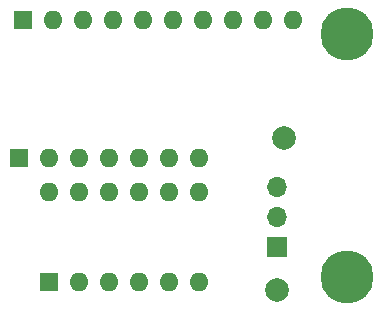
<source format=gbs>
%TF.GenerationSoftware,KiCad,Pcbnew,7.0.6-7.0.6~ubuntu22.04.1*%
%TF.CreationDate,2023-08-03T12:39:30-07:00*%
%TF.ProjectId,2r2_dac_r3,3272325f-6461-4635-9f72-332e6b696361,rev?*%
%TF.SameCoordinates,Original*%
%TF.FileFunction,Soldermask,Bot*%
%TF.FilePolarity,Negative*%
%FSLAX46Y46*%
G04 Gerber Fmt 4.6, Leading zero omitted, Abs format (unit mm)*
G04 Created by KiCad (PCBNEW 7.0.6-7.0.6~ubuntu22.04.1) date 2023-08-03 12:39:30*
%MOMM*%
%LPD*%
G01*
G04 APERTURE LIST*
%ADD10R,1.600000X1.600000*%
%ADD11O,1.600000X1.600000*%
%ADD12C,2.000000*%
%ADD13C,4.500000*%
%ADD14R,1.700000X1.700000*%
%ADD15O,1.700000X1.700000*%
G04 APERTURE END LIST*
D10*
%TO.C,RN2*%
X82452000Y-113016000D03*
D11*
X84992000Y-113016000D03*
X87532000Y-113016000D03*
X90072000Y-113016000D03*
X92612000Y-113016000D03*
X95152000Y-113016000D03*
X97692000Y-113016000D03*
%TD*%
D10*
%TO.C,SW1*%
X84992000Y-123516000D03*
D11*
X87532000Y-123516000D03*
X90072000Y-123516000D03*
X92612000Y-123516000D03*
X95152000Y-123516000D03*
X97692000Y-123516000D03*
X97692000Y-115896000D03*
X95152000Y-115896000D03*
X92612000Y-115896000D03*
X90072000Y-115896000D03*
X87532000Y-115896000D03*
X84992000Y-115896000D03*
%TD*%
D10*
%TO.C,RN1*%
X82812000Y-101316000D03*
D11*
X85352000Y-101316000D03*
X87892000Y-101316000D03*
X90432000Y-101316000D03*
X92972000Y-101316000D03*
X95512000Y-101316000D03*
X98052000Y-101316000D03*
X100592000Y-101316000D03*
X103132000Y-101316000D03*
X105672000Y-101316000D03*
%TD*%
D12*
%TO.C,DAC1*%
X104932000Y-111316000D03*
%TD*%
D13*
%TO.C,H2*%
X110232000Y-102516000D03*
%TD*%
D12*
%TO.C,GND1*%
X104332000Y-124216000D03*
%TD*%
D13*
%TO.C,H1*%
X110232000Y-123116000D03*
%TD*%
D14*
%TO.C,J1*%
X104332000Y-120596000D03*
D15*
X104332000Y-118056000D03*
X104332000Y-115516000D03*
%TD*%
M02*

</source>
